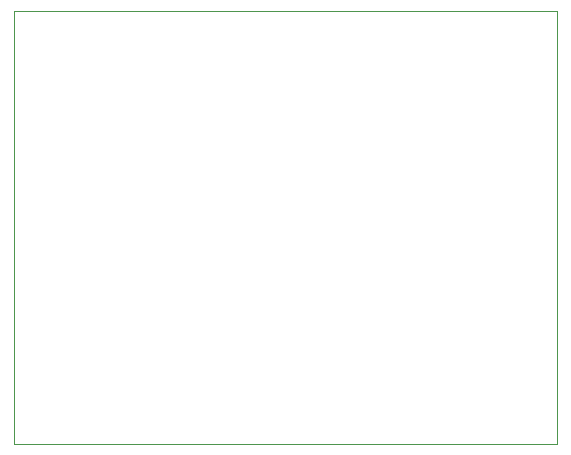
<source format=gbr>
%TF.GenerationSoftware,KiCad,Pcbnew,7.0.9*%
%TF.CreationDate,2024-04-08T13:50:44+02:00*%
%TF.ProjectId,Test_1,54657374-5f31-42e6-9b69-6361645f7063,rev?*%
%TF.SameCoordinates,Original*%
%TF.FileFunction,Profile,NP*%
%FSLAX46Y46*%
G04 Gerber Fmt 4.6, Leading zero omitted, Abs format (unit mm)*
G04 Created by KiCad (PCBNEW 7.0.9) date 2024-04-08 13:50:44*
%MOMM*%
%LPD*%
G01*
G04 APERTURE LIST*
%TA.AperFunction,Profile*%
%ADD10C,0.100000*%
%TD*%
G04 APERTURE END LIST*
D10*
X76810000Y-118980000D02*
X122790000Y-118980000D01*
X122790000Y-155600000D01*
X76810000Y-155600000D01*
X76810000Y-118980000D01*
M02*

</source>
